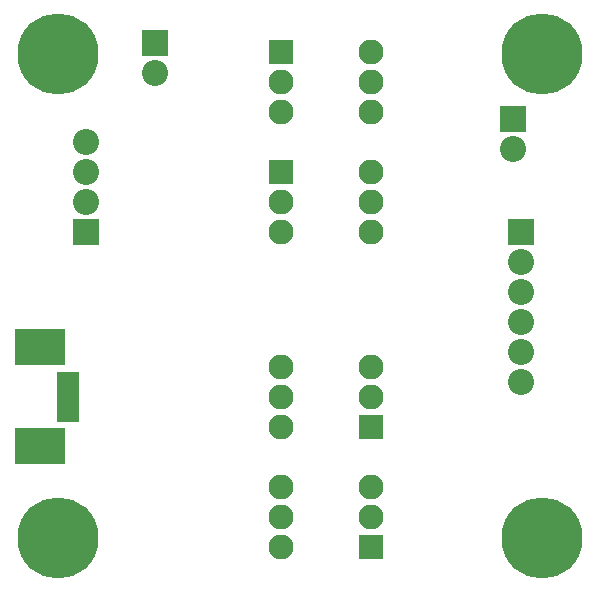
<source format=gbr>
G04 #@! TF.FileFunction,Soldermask,Bot*
%FSLAX46Y46*%
G04 Gerber Fmt 4.6, Leading zero omitted, Abs format (unit mm)*
G04 Created by KiCad (PCBNEW 4.0.5) date 06/03/17 12:37:47*
%MOMM*%
%LPD*%
G01*
G04 APERTURE LIST*
%ADD10C,0.150000*%
%ADD11C,6.858000*%
%ADD12R,4.307840X3.007360*%
%ADD13R,1.907540X1.008380*%
%ADD14R,2.208000X2.208000*%
%ADD15O,2.208000X2.208000*%
%ADD16R,2.108000X2.108000*%
%ADD17O,2.108000X2.108000*%
G04 APERTURE END LIST*
D10*
D11*
X4000000Y-4000000D03*
X45000000Y-4000000D03*
X4000000Y-45000000D03*
X45000000Y-45000000D03*
D12*
X2430780Y-28818840D03*
X2430780Y-37221160D03*
D13*
X4831080Y-31419800D03*
X4831080Y-32219900D03*
X4831080Y-34620200D03*
X4831080Y-33820100D03*
X4831080Y-33020000D03*
D14*
X43180000Y-19050000D03*
D15*
X43180000Y-21590000D03*
X43180000Y-24130000D03*
X43180000Y-26670000D03*
X43180000Y-29210000D03*
X43180000Y-31750000D03*
D14*
X6350000Y-19050000D03*
D15*
X6350000Y-16510000D03*
X6350000Y-13970000D03*
X6350000Y-11430000D03*
D16*
X30480000Y-35560000D03*
D17*
X22860000Y-30480000D03*
X30480000Y-33020000D03*
X22860000Y-33020000D03*
X30480000Y-30480000D03*
X22860000Y-35560000D03*
D16*
X22860000Y-3810000D03*
D17*
X30480000Y-8890000D03*
X22860000Y-6350000D03*
X30480000Y-6350000D03*
X22860000Y-8890000D03*
X30480000Y-3810000D03*
D16*
X30480000Y-45720000D03*
D17*
X22860000Y-40640000D03*
X30480000Y-43180000D03*
X22860000Y-43180000D03*
X30480000Y-40640000D03*
X22860000Y-45720000D03*
D16*
X22860000Y-13970000D03*
D17*
X30480000Y-19050000D03*
X22860000Y-16510000D03*
X30480000Y-16510000D03*
X22860000Y-19050000D03*
X30480000Y-13970000D03*
D14*
X12192000Y-3048000D03*
D15*
X12192000Y-5588000D03*
D14*
X42545000Y-9525000D03*
D15*
X42545000Y-12065000D03*
M02*

</source>
